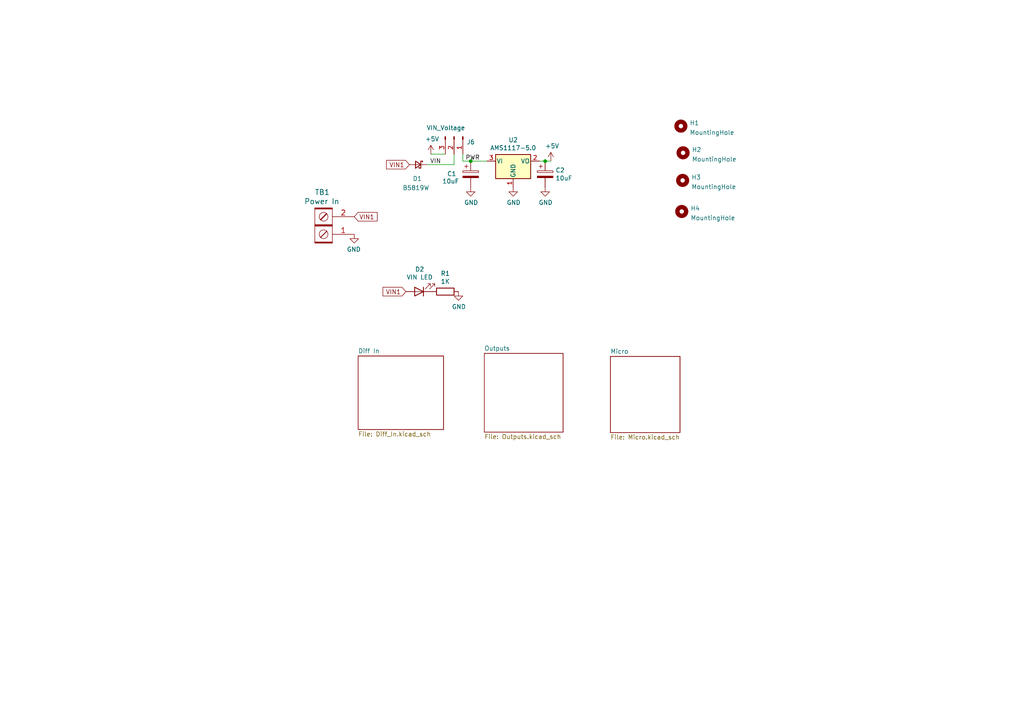
<source format=kicad_sch>
(kicad_sch (version 20211123) (generator eeschema)
  (paper "A4")
  (title_block (title "SM Receiver Out SMD") (date "2022-03-25") (rev "v2") (company "Scott Hanson"))
  (lib_symbols
    (symbol "Barrier_Blocks:BARRIER_BLOCK_1ROW_2POS" (pin_names (offset 1.016) hide)
      (property "Reference" "TB" (at 0.127 -6.731 0))
      (property "Value" "Barrier_Blocks_BARRIER_BLOCK_1ROW_2POS" (at 0.254 6.35 0))
      (symbol "BARRIER_BLOCK_1ROW_2POS_0_1"
        (rectangle (start -2.54 5.08) (end 2.54 -5.08))
        (circle (center 0 -2.54) (radius 1.27))
        (polyline (pts (xy -2.54 -4.699) (xy -2.54 -5.08) (xy 2.54 -5.08) (xy 2.54 -4.699)) (fill (type outline)))
        (polyline (pts (xy -2.54 0.254) (xy -2.54 -0.254) (xy 2.54 -0.254) (xy 2.54 0.254)) (fill (type outline)))
        (polyline (pts (xy -2.54 4.699) (xy -2.54 5.08) (xy 2.54 5.08) (xy 2.54 4.699)) (fill (type outline)))
        (polyline (pts (xy -0.8382 -3.5052) (xy -0.9652 -3.3782) (xy 0.8128 -1.6002) (xy 0.9652 -1.7018) (xy -0.8382 -3.5052)) (fill (type outline)))
        (polyline (pts (xy -0.8382 1.5748) (xy -0.9652 1.6764) (xy -0.0508 2.5908) (xy 0.8382 3.4798) (xy 0.9652 3.3528) (xy 0.9652 3.3528)) (fill (type outline)))
        (circle (center 0 2.54) (radius 1.27))
      )
      (symbol "BARRIER_BLOCK_1ROW_2POS_1_1"
        (pin passive line (at -8.89 2.54 0) (length 6.35) (name "P1") (number "1"))
        (pin passive line (at -8.89 -2.54 0) (length 6.35) (name "P2") (number "2"))
      )
    )
    (symbol "Connector:Conn_01x03_Male" (pin_names (offset 1.016) hide)
      (property "Reference" "J" (at 0 5.08 0))
      (property "Value" "Conn_01x03_Male" (at 0 -5.08 0))
      (symbol "Conn_01x03_Male_1_1"
        (polyline (pts (xy 1.27 -2.54) (xy 0.8636 -2.54)) (stroke (width 0.1524)))
        (polyline (pts (xy 1.27 0) (xy 0.8636 0)) (stroke (width 0.1524)))
        (polyline (pts (xy 1.27 2.54) (xy 0.8636 2.54)) (stroke (width 0.1524)))
        (rectangle (start 0.8636 -2.413) (end 0 -2.667) (stroke (width 0.1524)) (fill (type outline)))
        (rectangle (start 0.8636 0.127) (end 0 -0.127) (stroke (width 0.1524)) (fill (type outline)))
        (rectangle (start 0.8636 2.667) (end 0 2.413) (stroke (width 0.1524)) (fill (type outline)))
        (pin passive line (at 5.08 2.54 180) (length 3.81) (name "Pin_1") (number "1"))
        (pin passive line (at 5.08 0 180) (length 3.81) (name "Pin_2") (number "2"))
        (pin passive line (at 5.08 -2.54 180) (length 3.81) (name "Pin_3") (number "3"))
      )
    )
    (symbol "Device:CP" (pin_numbers hide) (pin_names (offset 0.254))
      (property "Reference" "C" (at 0.635 2.54 0))
      (property "Value" "Device_CP" (at 0.635 -2.54 0))
      (symbol "CP_0_1"
        (rectangle (start -2.286 0.508) (end 2.286 1.016))
        (polyline (pts (xy -1.778 2.286) (xy -0.762 2.286)))
        (polyline (pts (xy -1.27 2.794) (xy -1.27 1.778)))
        (rectangle (start 2.286 -0.508) (end -2.286 -1.016) (fill (type outline)))
      )
      (symbol "CP_1_1"
        (pin passive line (at 0 3.81 270) (length 2.794) (name "~") (number "1"))
        (pin passive line (at 0 -3.81 90) (length 2.794) (name "~") (number "2"))
      )
    )
    (symbol "Device:D_Schottky_Small" (pin_numbers hide) (pin_names (offset 0.254) hide)
      (property "Reference" "D" (at -1.27 2.032 0))
      (property "Value" "D_Schottky_Small" (at -7.112 -2.032 0))
      (symbol "D_Schottky_Small_0_1"
        (polyline (pts (xy -0.762 0) (xy 0.762 0)))
        (polyline (pts (xy 0.762 -1.016) (xy -0.762 0) (xy 0.762 1.016) (xy 0.762 -1.016)) (stroke (width 0.254)))
        (polyline (pts (xy -1.27 0.762) (xy -1.27 1.016) (xy -0.762 1.016) (xy -0.762 -1.016) (xy -0.254 -1.016) (xy -0.254 -0.762)) (stroke (width 0.254)))
      )
      (symbol "D_Schottky_Small_1_1"
        (pin passive line (at -2.54 0 0) (length 1.778) (name "K") (number "1"))
        (pin passive line (at 2.54 0 180) (length 1.778) (name "A") (number "2"))
      )
    )
    (symbol "Device:LED" (pin_numbers hide) (pin_names (offset 1.016) hide)
      (property "Reference" "D" (at 0 2.54 0))
      (property "Value" "LED" (at 0 -2.54 0))
      (symbol "LED_0_1"
        (polyline (pts (xy -1.27 -1.27) (xy -1.27 1.27)) (stroke (width 0.254)))
        (polyline (pts (xy -1.27 0) (xy 1.27 0)))
        (polyline (pts (xy 1.27 -1.27) (xy 1.27 1.27) (xy -1.27 0) (xy 1.27 -1.27)) (stroke (width 0.254)))
        (polyline (pts (xy -3.048 -0.762) (xy -4.572 -2.286) (xy -3.81 -2.286) (xy -4.572 -2.286) (xy -4.572 -1.524)))
        (polyline (pts (xy -1.778 -0.762) (xy -3.302 -2.286) (xy -2.54 -2.286) (xy -3.302 -2.286) (xy -3.302 -1.524)))
      )
      (symbol "LED_1_1"
        (pin passive line (at -3.81 0 0) (length 2.54) (name "K") (number "1"))
        (pin passive line (at 3.81 0 180) (length 2.54) (name "A") (number "2"))
      )
    )
    (symbol "Device:R" (pin_numbers hide) (pin_names (offset 0))
      (property "Reference" "R" (at 2.032 0 90))
      (property "Value" "R" (at 0 0 90))
      (symbol "R_0_1"
        (rectangle (start -1.016 -2.54) (end 1.016 2.54) (stroke (width 0.254)))
      )
      (symbol "R_1_1"
        (pin passive line (at 0 3.81 270) (length 1.27) (name "~") (number "1"))
        (pin passive line (at 0 -3.81 90) (length 1.27) (name "~") (number "2"))
      )
    )
    (symbol "Mechanical:MountingHole" (pin_names (offset 1.016))
      (property "Reference" "H" (at 0 5.08 0))
      (property "Value" "MountingHole" (at 0 3.175 0))
      (symbol "MountingHole_0_1"
        (circle (center 0 0) (radius 1.27) (stroke (width 1.27)))
      )
    )
    (symbol "Regulator_Linear:AMS1117-5.0" (pin_names (offset 0.254))
      (property "Reference" "U" (at -3.81 3.175 0))
      (property "Value" "AMS1117-5.0" (at 0 3.175 0))
      (symbol "AMS1117-5.0_0_1"
        (rectangle (start -5.08 -5.08) (end 5.08 1.905) (stroke (width 0.254)) (fill (type background)))
      )
      (symbol "AMS1117-5.0_1_1"
        (pin power_in line (at 0 -7.62 90) (length 2.54) (name "GND") (number "1"))
        (pin power_out line (at 7.62 0 180) (length 2.54) (name "VO") (number "2"))
        (pin power_in line (at -7.62 0 0) (length 2.54) (name "VI") (number "3"))
      )
    )
    (symbol "power:+5V" (power) (pin_names (offset 0))
      (property "Value" "+5V" (at 0 3.556 0))
      (symbol "+5V_0_1"
        (polyline (pts (xy -0.762 1.27) (xy 0 2.54)))
        (polyline (pts (xy 0 0) (xy 0 2.54)))
        (polyline (pts (xy 0 2.54) (xy 0.762 1.27)))
      )
      (symbol "+5V_1_1"
        (pin power_in line (at 0 0 90) (length 0) hide (name "+5V") (number "1"))
      )
    )
    (symbol "power:GND" (power) (pin_names (offset 0))
      (property "Value" "GND" (at 0 -3.81 0))
      (symbol "GND_0_1"
        (polyline (pts (xy 0 0) (xy 0 -1.27) (xy 1.27 -1.27) (xy 0 -2.54) (xy -1.27 -1.27) (xy 0 -1.27)))
      )
      (symbol "GND_1_1"
        (pin power_in line (at 0 0 270) (length 0) hide (name "GND") (number "1"))
      )
    )
  )
  (junction (at 158.115 46.736))
  (junction (at 136.525 46.736))
  (wire (pts (xy 131.699 47.752) (xy 131.699 44.704)))
  (wire (pts (xy 158.115 46.736) (xy 159.766 46.736)))
  (wire (pts (xy 123.825 47.752) (xy 131.699 47.752)))
  (wire (pts (xy 134.239 46.736) (xy 134.239 44.704)))
  (wire (pts (xy 156.464 46.736) (xy 158.115 46.736)))
  (wire (pts (xy 141.224 46.736) (xy 136.525 46.736)))
  (wire (pts (xy 129.159 44.704) (xy 124.968 44.704)))
  (wire (pts (xy 136.525 46.736) (xy 134.239 46.736)))
  (label "PWR" (at 135.001 46.736 0))
  (label "VIN" (at 124.714 47.752 0))
  (global_label "VIN1" (shape input) (at 118.745 47.752 180) (property "Intersheet References" "${INTERSHEET_REFS}" (effects hide)))
  (global_label "VIN1" (shape input) (at 102.743 62.865 0) (property "Intersheet References" "${INTERSHEET_REFS}" (effects hide)))
  (global_label "VIN1" (shape input) (at 117.729 84.582 180) (property "Intersheet References" "${INTERSHEET_REFS}" (effects hide)))
  (symbol (lib_id "Device:LED") (at 121.539 84.582 180) (unit 1)
    (property "Reference" "D2" (at 121.7168 78.105 0))
    (property "Value" "VIN LED" (at 121.7168 80.4164 0))
    (property "Footprint" "LED_SMD:LED_0603_1608Metric_Pad1.05x0.95mm_HandSolder" (effects hide))
    (property "Digi-Key_PN" "732-4984-1-ND" (effects hide))
    (property "MPN" "150080RS75000" (effects hide))
    (property "LCSC_PN" "C2286" (effects hide))
  )
  (symbol (lib_id "Device:R") (at 129.159 84.582 270) (unit 1)
    (property "Reference" "R1" (at 129.159 79.3242 90))
    (property "Value" "1K" (at 129.159 81.6356 90))
    (property "Footprint" "Resistor_SMD:R_0603_1608Metric_Pad0.98x0.95mm_HandSolder" (effects hide))
    (property "Digi-Key_PN" "311-1.00KHRCT-ND" (effects hide))
    (property "MPN" "RC0603FR-071KL" (effects hide))
    (property "LCSC_PN" "C21190" (effects hide))
  )
  (symbol (lib_id "power:GND") (at 132.969 84.582 0) (unit 1)
    (property "Reference" "#PWR03" (effects hide))
    (property "Value" "GND" (at 133.096 88.9762 0))
  )
  (symbol (lib_id "Barrier_Blocks:BARRIER_BLOCK_1ROW_2POS") (at 93.853 65.405 180) (unit 1)
    (property "Reference" "TB1" (at 93.472 55.753 0) (effects (font (size 1.524 1.524))))
    (property "Value" "Power In" (at 93.345 58.42 0) (effects (font (size 1.524 1.524))))
    (property "Footprint" "Barrier_Blocks:BARRIER_BLOCK_1ROW_2POS" (effects hide))
    (property "Digi-Key_PN" "A98472-ND" (effects hide))
    (property "MPN" "4DB-P108-02" (effects hide))
    (property "LCSC_PN" "C306200" (effects hide))
  )
  (symbol (lib_id "power:GND") (at 102.743 67.945 0) (mirror y) (unit 1)
    (property "Reference" "#PWR0107" (effects hide))
    (property "Value" "GND" (at 102.616 72.3392 0))
  )
  (symbol (lib_id "Device:CP") (at 136.525 50.546 0) (unit 1)
    (property "Reference" "C1" (at 129.667 50.419 0) (effects (justify left)))
    (property "Value" "10uF" (at 128.27 52.578 0) (effects (justify left)))
    (property "Footprint" "Capacitor_SMD:C_0805_2012Metric_Pad1.18x1.45mm_HandSolder" (effects hide))
    (property "Digi-Key_PN" "490-5523-1-ND" (effects hide))
    (property "MPN" "GRM21BR61E106KA73L" (effects hide))
    (property "LCSC_PN" "C15850" (effects hide))
  )
  (symbol (lib_id "Device:CP") (at 158.115 50.546 0) (unit 1)
    (property "Reference" "C2" (at 161.1122 49.3776 0) (effects (justify left)))
    (property "Value" "10uF" (at 161.1122 51.689 0) (effects (justify left)))
    (property "Footprint" "Capacitor_SMD:C_0805_2012Metric_Pad1.18x1.45mm_HandSolder" (effects hide))
    (property "Digi-Key_PN" "490-5523-1-ND" (effects hide))
    (property "MPN" "GRM21BR61E106KA73L" (effects hide))
    (property "LCSC_PN" "C15850" (effects hide))
  )
  (symbol (lib_id "power:GND") (at 148.844 54.356 0) (unit 1)
    (property "Reference" "#PWR020" (effects hide))
    (property "Value" "GND" (at 148.971 58.7502 0))
  )
  (symbol (lib_id "power:GND") (at 158.115 54.356 0) (unit 1)
    (property "Reference" "#PWR021" (effects hide))
    (property "Value" "GND" (at 158.242 58.7502 0))
  )
  (symbol (lib_id "power:GND") (at 136.525 54.356 0) (unit 1)
    (property "Reference" "#PWR019" (effects hide))
    (property "Value" "GND" (at 136.652 58.7502 0))
  )
  (symbol (lib_id "power:+5V") (at 159.766 46.736 0) (unit 1)
    (property "Reference" "#PWR022" (effects hide))
    (property "Value" "+5V" (at 160.147 42.3418 0))
  )
  (symbol (lib_id "Connector:Conn_01x03_Male") (at 131.699 39.624 270) (unit 1)
    (property "Reference" "J6" (at 135.3566 41.1988 90) (effects (justify left)))
    (property "Value" "VIN_Voltage" (at 123.698 37.084 90) (effects (justify left)))
    (property "Footprint" "Connector_PinHeader_2.54mm:PinHeader_1x03_P2.54mm_Vertical" (effects hide))
    (property "Digi-Key_PN" "732-5316-ND" (effects hide))
    (property "MPN" "61300311121" (effects hide))
    (property "LCSC_PN" "C49257" (effects hide))
  )
  (symbol (lib_id "power:+5V") (at 124.968 44.704 0) (unit 1)
    (property "Reference" "#PWR02" (effects hide))
    (property "Value" "+5V" (at 125.349 40.3098 0))
  )
  (symbol (lib_id "Regulator_Linear:AMS1117-5.0") (at 148.844 46.736 0) (unit 1)
    (property "Reference" "U2" (at 148.844 40.5892 0))
    (property "Value" "AMS1117-5.0" (at 148.844 42.9006 0))
    (property "Footprint" "Package_TO_SOT_SMD:SOT-223-3_TabPin2" (effects hide))
    (property "Datasheet" "http://www.advanced-monolithic.com/pdf/ds1117.pdf" (effects hide))
    (property "LCSC_PN" "C6187" (effects hide))
    (property "Digi-Key_PN" "488-LM1117MPX-50NOPBCT-ND" (effects hide))
    (property "MPN" "LM1117MPX-50NOPB" (effects hide))
  )
  (symbol (lib_id "Device:D_Schottky_Small") (at 121.285 47.752 0) (mirror y) (unit 1)
    (property "Reference" "D1" (at 121.031 51.816 0))
    (property "Value" "B5819W" (at 120.65 54.483 0))
    (property "Footprint" "Diode_SMD:D_SOD-123" (effects hide))
    (property "LCSC_PN" "C8598" (effects hide))
    (property "Digi-Key_PN" "B5819W-TPMSCT-ND" (effects hide))
    (property "MPN" "B5819W-TP" (effects hide))
  )
  (symbol (lib_id "Mechanical:MountingHole") (at 198.12 44.323 0) (unit 1)
    (property "Reference" "H2" (at 200.66 43.4145 0) (effects (justify left)))
    (property "Value" "MountingHole" (at 200.66 46.1896 0) (effects (justify left)))
    (property "Footprint" "MountingHole:MountingHole_3.7mm" (effects hide))
  )
  (symbol (lib_id "Mechanical:MountingHole") (at 197.485 36.576 0) (unit 1)
    (property "Reference" "H1" (at 200.025 35.6675 0) (effects (justify left)))
    (property "Value" "MountingHole" (at 200.025 38.4426 0) (effects (justify left)))
    (property "Footprint" "MountingHole:MountingHole_3.7mm" (effects hide))
  )
  (symbol (lib_id "Mechanical:MountingHole") (at 197.993 52.324 0) (unit 1)
    (property "Reference" "H3" (at 200.533 51.4155 0) (effects (justify left)))
    (property "Value" "MountingHole" (at 200.533 54.1906 0) (effects (justify left)))
    (property "Footprint" "MountingHole:MountingHole_3.7mm" (effects hide))
  )
  (symbol (lib_id "Mechanical:MountingHole") (at 197.739 61.341 0) (unit 1)
    (property "Reference" "H4" (at 200.279 60.4325 0) (effects (justify left)))
    (property "Value" "MountingHole" (at 200.279 63.2076 0) (effects (justify left)))
    (property "Footprint" "MountingHole:MountingHole_3.7mm" (effects hide))
  )
  (sheet (at 140.462 102.489) (size 22.86 22.86)
    (property "Sheet name" "Outputs" (at 140.462 101.7774 0) (effects (justify left bottom)))
    (property "Sheet file" "Outputs.kicad_sch" (at 140.462 125.9336 0) (effects (justify left top)))
  )
  (sheet (at 103.886 103.251) (size 24.765 21.336)
    (property "Sheet name" "Diff In" (at 103.886 102.5394 0) (effects (justify left bottom)))
    (property "Sheet file" "Diff_In.kicad_sch" (at 103.886 125.1716 0) (effects (justify left top)))
  )
  (sheet (at 177.038 103.378) (size 20.193 22.098) (stroke (width 0.1524))
    (property "Sheet name" "Micro" (at 177.038 102.6664 0) (effects (justify left bottom)))
    (property "Sheet file" "Micro.kicad_sch" (at 177.038 126.0606 0) (effects (justify left top)))
  )
)
</source>
